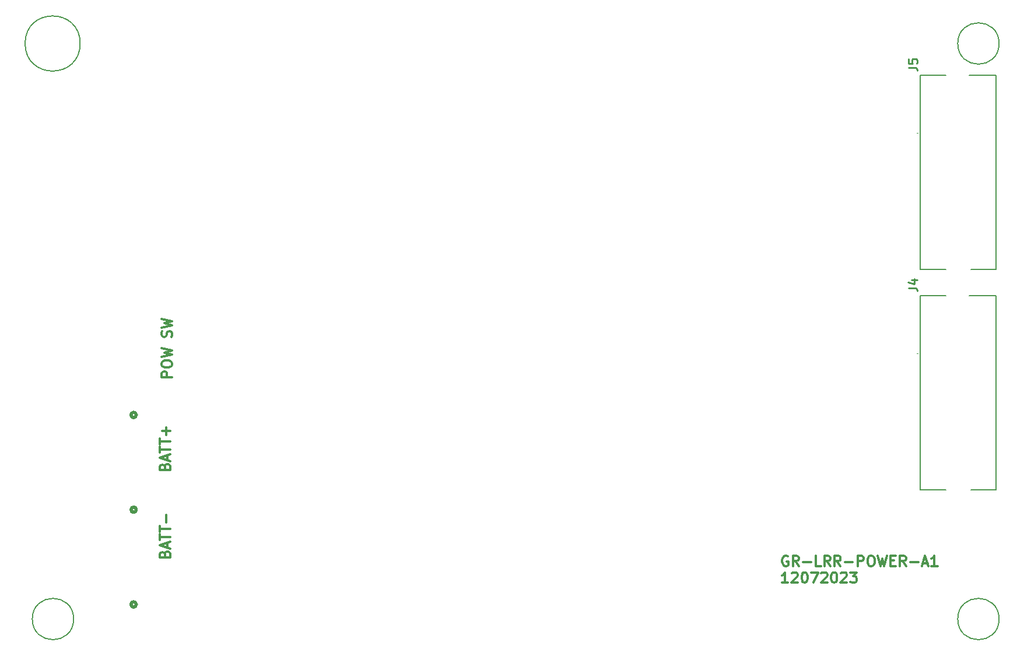
<source format=gbr>
%TF.GenerationSoftware,KiCad,Pcbnew,7.0.8*%
%TF.CreationDate,2023-12-07T15:37:41-07:00*%
%TF.ProjectId,GR-LRR-POWER-PCB,47522d4c-5252-42d5-904f-5745522d5043,rev?*%
%TF.SameCoordinates,Original*%
%TF.FileFunction,Legend,Top*%
%TF.FilePolarity,Positive*%
%FSLAX46Y46*%
G04 Gerber Fmt 4.6, Leading zero omitted, Abs format (unit mm)*
G04 Created by KiCad (PCBNEW 7.0.8) date 2023-12-07 15:37:41*
%MOMM*%
%LPD*%
G01*
G04 APERTURE LIST*
%ADD10C,0.300000*%
%ADD11C,0.200000*%
%ADD12C,0.254000*%
%ADD13C,0.100000*%
%ADD14C,0.508000*%
G04 APERTURE END LIST*
D10*
X131276225Y-100395257D02*
X131133368Y-100323828D01*
X131133368Y-100323828D02*
X130919082Y-100323828D01*
X130919082Y-100323828D02*
X130704796Y-100395257D01*
X130704796Y-100395257D02*
X130561939Y-100538114D01*
X130561939Y-100538114D02*
X130490510Y-100680971D01*
X130490510Y-100680971D02*
X130419082Y-100966685D01*
X130419082Y-100966685D02*
X130419082Y-101180971D01*
X130419082Y-101180971D02*
X130490510Y-101466685D01*
X130490510Y-101466685D02*
X130561939Y-101609542D01*
X130561939Y-101609542D02*
X130704796Y-101752400D01*
X130704796Y-101752400D02*
X130919082Y-101823828D01*
X130919082Y-101823828D02*
X131061939Y-101823828D01*
X131061939Y-101823828D02*
X131276225Y-101752400D01*
X131276225Y-101752400D02*
X131347653Y-101680971D01*
X131347653Y-101680971D02*
X131347653Y-101180971D01*
X131347653Y-101180971D02*
X131061939Y-101180971D01*
X132847653Y-101823828D02*
X132347653Y-101109542D01*
X131990510Y-101823828D02*
X131990510Y-100323828D01*
X131990510Y-100323828D02*
X132561939Y-100323828D01*
X132561939Y-100323828D02*
X132704796Y-100395257D01*
X132704796Y-100395257D02*
X132776225Y-100466685D01*
X132776225Y-100466685D02*
X132847653Y-100609542D01*
X132847653Y-100609542D02*
X132847653Y-100823828D01*
X132847653Y-100823828D02*
X132776225Y-100966685D01*
X132776225Y-100966685D02*
X132704796Y-101038114D01*
X132704796Y-101038114D02*
X132561939Y-101109542D01*
X132561939Y-101109542D02*
X131990510Y-101109542D01*
X133490510Y-101252400D02*
X134633368Y-101252400D01*
X136061939Y-101823828D02*
X135347653Y-101823828D01*
X135347653Y-101823828D02*
X135347653Y-100323828D01*
X137419082Y-101823828D02*
X136919082Y-101109542D01*
X136561939Y-101823828D02*
X136561939Y-100323828D01*
X136561939Y-100323828D02*
X137133368Y-100323828D01*
X137133368Y-100323828D02*
X137276225Y-100395257D01*
X137276225Y-100395257D02*
X137347654Y-100466685D01*
X137347654Y-100466685D02*
X137419082Y-100609542D01*
X137419082Y-100609542D02*
X137419082Y-100823828D01*
X137419082Y-100823828D02*
X137347654Y-100966685D01*
X137347654Y-100966685D02*
X137276225Y-101038114D01*
X137276225Y-101038114D02*
X137133368Y-101109542D01*
X137133368Y-101109542D02*
X136561939Y-101109542D01*
X138919082Y-101823828D02*
X138419082Y-101109542D01*
X138061939Y-101823828D02*
X138061939Y-100323828D01*
X138061939Y-100323828D02*
X138633368Y-100323828D01*
X138633368Y-100323828D02*
X138776225Y-100395257D01*
X138776225Y-100395257D02*
X138847654Y-100466685D01*
X138847654Y-100466685D02*
X138919082Y-100609542D01*
X138919082Y-100609542D02*
X138919082Y-100823828D01*
X138919082Y-100823828D02*
X138847654Y-100966685D01*
X138847654Y-100966685D02*
X138776225Y-101038114D01*
X138776225Y-101038114D02*
X138633368Y-101109542D01*
X138633368Y-101109542D02*
X138061939Y-101109542D01*
X139561939Y-101252400D02*
X140704797Y-101252400D01*
X141419082Y-101823828D02*
X141419082Y-100323828D01*
X141419082Y-100323828D02*
X141990511Y-100323828D01*
X141990511Y-100323828D02*
X142133368Y-100395257D01*
X142133368Y-100395257D02*
X142204797Y-100466685D01*
X142204797Y-100466685D02*
X142276225Y-100609542D01*
X142276225Y-100609542D02*
X142276225Y-100823828D01*
X142276225Y-100823828D02*
X142204797Y-100966685D01*
X142204797Y-100966685D02*
X142133368Y-101038114D01*
X142133368Y-101038114D02*
X141990511Y-101109542D01*
X141990511Y-101109542D02*
X141419082Y-101109542D01*
X143204797Y-100323828D02*
X143490511Y-100323828D01*
X143490511Y-100323828D02*
X143633368Y-100395257D01*
X143633368Y-100395257D02*
X143776225Y-100538114D01*
X143776225Y-100538114D02*
X143847654Y-100823828D01*
X143847654Y-100823828D02*
X143847654Y-101323828D01*
X143847654Y-101323828D02*
X143776225Y-101609542D01*
X143776225Y-101609542D02*
X143633368Y-101752400D01*
X143633368Y-101752400D02*
X143490511Y-101823828D01*
X143490511Y-101823828D02*
X143204797Y-101823828D01*
X143204797Y-101823828D02*
X143061940Y-101752400D01*
X143061940Y-101752400D02*
X142919082Y-101609542D01*
X142919082Y-101609542D02*
X142847654Y-101323828D01*
X142847654Y-101323828D02*
X142847654Y-100823828D01*
X142847654Y-100823828D02*
X142919082Y-100538114D01*
X142919082Y-100538114D02*
X143061940Y-100395257D01*
X143061940Y-100395257D02*
X143204797Y-100323828D01*
X144347654Y-100323828D02*
X144704797Y-101823828D01*
X144704797Y-101823828D02*
X144990511Y-100752400D01*
X144990511Y-100752400D02*
X145276226Y-101823828D01*
X145276226Y-101823828D02*
X145633369Y-100323828D01*
X146204797Y-101038114D02*
X146704797Y-101038114D01*
X146919083Y-101823828D02*
X146204797Y-101823828D01*
X146204797Y-101823828D02*
X146204797Y-100323828D01*
X146204797Y-100323828D02*
X146919083Y-100323828D01*
X148419083Y-101823828D02*
X147919083Y-101109542D01*
X147561940Y-101823828D02*
X147561940Y-100323828D01*
X147561940Y-100323828D02*
X148133369Y-100323828D01*
X148133369Y-100323828D02*
X148276226Y-100395257D01*
X148276226Y-100395257D02*
X148347655Y-100466685D01*
X148347655Y-100466685D02*
X148419083Y-100609542D01*
X148419083Y-100609542D02*
X148419083Y-100823828D01*
X148419083Y-100823828D02*
X148347655Y-100966685D01*
X148347655Y-100966685D02*
X148276226Y-101038114D01*
X148276226Y-101038114D02*
X148133369Y-101109542D01*
X148133369Y-101109542D02*
X147561940Y-101109542D01*
X149061940Y-101252400D02*
X150204798Y-101252400D01*
X150847655Y-101395257D02*
X151561941Y-101395257D01*
X150704798Y-101823828D02*
X151204798Y-100323828D01*
X151204798Y-100323828D02*
X151704798Y-101823828D01*
X152990512Y-101823828D02*
X152133369Y-101823828D01*
X152561940Y-101823828D02*
X152561940Y-100323828D01*
X152561940Y-100323828D02*
X152419083Y-100538114D01*
X152419083Y-100538114D02*
X152276226Y-100680971D01*
X152276226Y-100680971D02*
X152133369Y-100752400D01*
X131276225Y-104238828D02*
X130419082Y-104238828D01*
X130847653Y-104238828D02*
X130847653Y-102738828D01*
X130847653Y-102738828D02*
X130704796Y-102953114D01*
X130704796Y-102953114D02*
X130561939Y-103095971D01*
X130561939Y-103095971D02*
X130419082Y-103167400D01*
X131847653Y-102881685D02*
X131919081Y-102810257D01*
X131919081Y-102810257D02*
X132061939Y-102738828D01*
X132061939Y-102738828D02*
X132419081Y-102738828D01*
X132419081Y-102738828D02*
X132561939Y-102810257D01*
X132561939Y-102810257D02*
X132633367Y-102881685D01*
X132633367Y-102881685D02*
X132704796Y-103024542D01*
X132704796Y-103024542D02*
X132704796Y-103167400D01*
X132704796Y-103167400D02*
X132633367Y-103381685D01*
X132633367Y-103381685D02*
X131776224Y-104238828D01*
X131776224Y-104238828D02*
X132704796Y-104238828D01*
X133633367Y-102738828D02*
X133776224Y-102738828D01*
X133776224Y-102738828D02*
X133919081Y-102810257D01*
X133919081Y-102810257D02*
X133990510Y-102881685D01*
X133990510Y-102881685D02*
X134061938Y-103024542D01*
X134061938Y-103024542D02*
X134133367Y-103310257D01*
X134133367Y-103310257D02*
X134133367Y-103667400D01*
X134133367Y-103667400D02*
X134061938Y-103953114D01*
X134061938Y-103953114D02*
X133990510Y-104095971D01*
X133990510Y-104095971D02*
X133919081Y-104167400D01*
X133919081Y-104167400D02*
X133776224Y-104238828D01*
X133776224Y-104238828D02*
X133633367Y-104238828D01*
X133633367Y-104238828D02*
X133490510Y-104167400D01*
X133490510Y-104167400D02*
X133419081Y-104095971D01*
X133419081Y-104095971D02*
X133347652Y-103953114D01*
X133347652Y-103953114D02*
X133276224Y-103667400D01*
X133276224Y-103667400D02*
X133276224Y-103310257D01*
X133276224Y-103310257D02*
X133347652Y-103024542D01*
X133347652Y-103024542D02*
X133419081Y-102881685D01*
X133419081Y-102881685D02*
X133490510Y-102810257D01*
X133490510Y-102810257D02*
X133633367Y-102738828D01*
X134633366Y-102738828D02*
X135633366Y-102738828D01*
X135633366Y-102738828D02*
X134990509Y-104238828D01*
X136133366Y-102881685D02*
X136204794Y-102810257D01*
X136204794Y-102810257D02*
X136347652Y-102738828D01*
X136347652Y-102738828D02*
X136704794Y-102738828D01*
X136704794Y-102738828D02*
X136847652Y-102810257D01*
X136847652Y-102810257D02*
X136919080Y-102881685D01*
X136919080Y-102881685D02*
X136990509Y-103024542D01*
X136990509Y-103024542D02*
X136990509Y-103167400D01*
X136990509Y-103167400D02*
X136919080Y-103381685D01*
X136919080Y-103381685D02*
X136061937Y-104238828D01*
X136061937Y-104238828D02*
X136990509Y-104238828D01*
X137919080Y-102738828D02*
X138061937Y-102738828D01*
X138061937Y-102738828D02*
X138204794Y-102810257D01*
X138204794Y-102810257D02*
X138276223Y-102881685D01*
X138276223Y-102881685D02*
X138347651Y-103024542D01*
X138347651Y-103024542D02*
X138419080Y-103310257D01*
X138419080Y-103310257D02*
X138419080Y-103667400D01*
X138419080Y-103667400D02*
X138347651Y-103953114D01*
X138347651Y-103953114D02*
X138276223Y-104095971D01*
X138276223Y-104095971D02*
X138204794Y-104167400D01*
X138204794Y-104167400D02*
X138061937Y-104238828D01*
X138061937Y-104238828D02*
X137919080Y-104238828D01*
X137919080Y-104238828D02*
X137776223Y-104167400D01*
X137776223Y-104167400D02*
X137704794Y-104095971D01*
X137704794Y-104095971D02*
X137633365Y-103953114D01*
X137633365Y-103953114D02*
X137561937Y-103667400D01*
X137561937Y-103667400D02*
X137561937Y-103310257D01*
X137561937Y-103310257D02*
X137633365Y-103024542D01*
X137633365Y-103024542D02*
X137704794Y-102881685D01*
X137704794Y-102881685D02*
X137776223Y-102810257D01*
X137776223Y-102810257D02*
X137919080Y-102738828D01*
X138990508Y-102881685D02*
X139061936Y-102810257D01*
X139061936Y-102810257D02*
X139204794Y-102738828D01*
X139204794Y-102738828D02*
X139561936Y-102738828D01*
X139561936Y-102738828D02*
X139704794Y-102810257D01*
X139704794Y-102810257D02*
X139776222Y-102881685D01*
X139776222Y-102881685D02*
X139847651Y-103024542D01*
X139847651Y-103024542D02*
X139847651Y-103167400D01*
X139847651Y-103167400D02*
X139776222Y-103381685D01*
X139776222Y-103381685D02*
X138919079Y-104238828D01*
X138919079Y-104238828D02*
X139847651Y-104238828D01*
X140347650Y-102738828D02*
X141276222Y-102738828D01*
X141276222Y-102738828D02*
X140776222Y-103310257D01*
X140776222Y-103310257D02*
X140990507Y-103310257D01*
X140990507Y-103310257D02*
X141133365Y-103381685D01*
X141133365Y-103381685D02*
X141204793Y-103453114D01*
X141204793Y-103453114D02*
X141276222Y-103595971D01*
X141276222Y-103595971D02*
X141276222Y-103953114D01*
X141276222Y-103953114D02*
X141204793Y-104095971D01*
X141204793Y-104095971D02*
X141133365Y-104167400D01*
X141133365Y-104167400D02*
X140990507Y-104238828D01*
X140990507Y-104238828D02*
X140561936Y-104238828D01*
X140561936Y-104238828D02*
X140419079Y-104167400D01*
X140419079Y-104167400D02*
X140347650Y-104095971D01*
D11*
X161940000Y-109518000D02*
G75*
G03*
X161940000Y-109518000I-3000000J0D01*
G01*
X28526000Y-25952000D02*
G75*
G03*
X28526000Y-25952000I-4000000J0D01*
G01*
X161940000Y-25952000D02*
G75*
G03*
X161940000Y-25952000I-3000000J0D01*
G01*
X27574000Y-109518000D02*
G75*
G03*
X27574000Y-109518000I-3000000J0D01*
G01*
D10*
X40813114Y-87381489D02*
X40884542Y-87167203D01*
X40884542Y-87167203D02*
X40955971Y-87095774D01*
X40955971Y-87095774D02*
X41098828Y-87024346D01*
X41098828Y-87024346D02*
X41313114Y-87024346D01*
X41313114Y-87024346D02*
X41455971Y-87095774D01*
X41455971Y-87095774D02*
X41527400Y-87167203D01*
X41527400Y-87167203D02*
X41598828Y-87310060D01*
X41598828Y-87310060D02*
X41598828Y-87881489D01*
X41598828Y-87881489D02*
X40098828Y-87881489D01*
X40098828Y-87881489D02*
X40098828Y-87381489D01*
X40098828Y-87381489D02*
X40170257Y-87238632D01*
X40170257Y-87238632D02*
X40241685Y-87167203D01*
X40241685Y-87167203D02*
X40384542Y-87095774D01*
X40384542Y-87095774D02*
X40527400Y-87095774D01*
X40527400Y-87095774D02*
X40670257Y-87167203D01*
X40670257Y-87167203D02*
X40741685Y-87238632D01*
X40741685Y-87238632D02*
X40813114Y-87381489D01*
X40813114Y-87381489D02*
X40813114Y-87881489D01*
X41170257Y-86452917D02*
X41170257Y-85738632D01*
X41598828Y-86595774D02*
X40098828Y-86095774D01*
X40098828Y-86095774D02*
X41598828Y-85595774D01*
X40098828Y-85310060D02*
X40098828Y-84452918D01*
X41598828Y-84881489D02*
X40098828Y-84881489D01*
X40098828Y-84167203D02*
X40098828Y-83310061D01*
X41598828Y-83738632D02*
X40098828Y-83738632D01*
X41027400Y-82810061D02*
X41027400Y-81667204D01*
X41598828Y-82238632D02*
X40455971Y-82238632D01*
X40813114Y-100081489D02*
X40884542Y-99867203D01*
X40884542Y-99867203D02*
X40955971Y-99795774D01*
X40955971Y-99795774D02*
X41098828Y-99724346D01*
X41098828Y-99724346D02*
X41313114Y-99724346D01*
X41313114Y-99724346D02*
X41455971Y-99795774D01*
X41455971Y-99795774D02*
X41527400Y-99867203D01*
X41527400Y-99867203D02*
X41598828Y-100010060D01*
X41598828Y-100010060D02*
X41598828Y-100581489D01*
X41598828Y-100581489D02*
X40098828Y-100581489D01*
X40098828Y-100581489D02*
X40098828Y-100081489D01*
X40098828Y-100081489D02*
X40170257Y-99938632D01*
X40170257Y-99938632D02*
X40241685Y-99867203D01*
X40241685Y-99867203D02*
X40384542Y-99795774D01*
X40384542Y-99795774D02*
X40527400Y-99795774D01*
X40527400Y-99795774D02*
X40670257Y-99867203D01*
X40670257Y-99867203D02*
X40741685Y-99938632D01*
X40741685Y-99938632D02*
X40813114Y-100081489D01*
X40813114Y-100081489D02*
X40813114Y-100581489D01*
X41170257Y-99152917D02*
X41170257Y-98438632D01*
X41598828Y-99295774D02*
X40098828Y-98795774D01*
X40098828Y-98795774D02*
X41598828Y-98295774D01*
X40098828Y-98010060D02*
X40098828Y-97152918D01*
X41598828Y-97581489D02*
X40098828Y-97581489D01*
X40098828Y-96867203D02*
X40098828Y-96010061D01*
X41598828Y-96438632D02*
X40098828Y-96438632D01*
X41027400Y-95510061D02*
X41027400Y-94367204D01*
X41852828Y-74419489D02*
X40352828Y-74419489D01*
X40352828Y-74419489D02*
X40352828Y-73848060D01*
X40352828Y-73848060D02*
X40424257Y-73705203D01*
X40424257Y-73705203D02*
X40495685Y-73633774D01*
X40495685Y-73633774D02*
X40638542Y-73562346D01*
X40638542Y-73562346D02*
X40852828Y-73562346D01*
X40852828Y-73562346D02*
X40995685Y-73633774D01*
X40995685Y-73633774D02*
X41067114Y-73705203D01*
X41067114Y-73705203D02*
X41138542Y-73848060D01*
X41138542Y-73848060D02*
X41138542Y-74419489D01*
X40352828Y-72633774D02*
X40352828Y-72348060D01*
X40352828Y-72348060D02*
X40424257Y-72205203D01*
X40424257Y-72205203D02*
X40567114Y-72062346D01*
X40567114Y-72062346D02*
X40852828Y-71990917D01*
X40852828Y-71990917D02*
X41352828Y-71990917D01*
X41352828Y-71990917D02*
X41638542Y-72062346D01*
X41638542Y-72062346D02*
X41781400Y-72205203D01*
X41781400Y-72205203D02*
X41852828Y-72348060D01*
X41852828Y-72348060D02*
X41852828Y-72633774D01*
X41852828Y-72633774D02*
X41781400Y-72776632D01*
X41781400Y-72776632D02*
X41638542Y-72919489D01*
X41638542Y-72919489D02*
X41352828Y-72990917D01*
X41352828Y-72990917D02*
X40852828Y-72990917D01*
X40852828Y-72990917D02*
X40567114Y-72919489D01*
X40567114Y-72919489D02*
X40424257Y-72776632D01*
X40424257Y-72776632D02*
X40352828Y-72633774D01*
X40352828Y-71490917D02*
X41852828Y-71133774D01*
X41852828Y-71133774D02*
X40781400Y-70848060D01*
X40781400Y-70848060D02*
X41852828Y-70562345D01*
X41852828Y-70562345D02*
X40352828Y-70205203D01*
X41781400Y-68562345D02*
X41852828Y-68348060D01*
X41852828Y-68348060D02*
X41852828Y-67990917D01*
X41852828Y-67990917D02*
X41781400Y-67848060D01*
X41781400Y-67848060D02*
X41709971Y-67776631D01*
X41709971Y-67776631D02*
X41567114Y-67705202D01*
X41567114Y-67705202D02*
X41424257Y-67705202D01*
X41424257Y-67705202D02*
X41281400Y-67776631D01*
X41281400Y-67776631D02*
X41209971Y-67848060D01*
X41209971Y-67848060D02*
X41138542Y-67990917D01*
X41138542Y-67990917D02*
X41067114Y-68276631D01*
X41067114Y-68276631D02*
X40995685Y-68419488D01*
X40995685Y-68419488D02*
X40924257Y-68490917D01*
X40924257Y-68490917D02*
X40781400Y-68562345D01*
X40781400Y-68562345D02*
X40638542Y-68562345D01*
X40638542Y-68562345D02*
X40495685Y-68490917D01*
X40495685Y-68490917D02*
X40424257Y-68419488D01*
X40424257Y-68419488D02*
X40352828Y-68276631D01*
X40352828Y-68276631D02*
X40352828Y-67919488D01*
X40352828Y-67919488D02*
X40424257Y-67705202D01*
X40352828Y-67205203D02*
X41852828Y-66848060D01*
X41852828Y-66848060D02*
X40781400Y-66562346D01*
X40781400Y-66562346D02*
X41852828Y-66276631D01*
X41852828Y-66276631D02*
X40352828Y-65919489D01*
D12*
X148800318Y-29439332D02*
X149707461Y-29439332D01*
X149707461Y-29439332D02*
X149888889Y-29499809D01*
X149888889Y-29499809D02*
X150009842Y-29620761D01*
X150009842Y-29620761D02*
X150070318Y-29802190D01*
X150070318Y-29802190D02*
X150070318Y-29923142D01*
X148800318Y-28229809D02*
X148800318Y-28834571D01*
X148800318Y-28834571D02*
X149405080Y-28895047D01*
X149405080Y-28895047D02*
X149344603Y-28834571D01*
X149344603Y-28834571D02*
X149284127Y-28713618D01*
X149284127Y-28713618D02*
X149284127Y-28411237D01*
X149284127Y-28411237D02*
X149344603Y-28290285D01*
X149344603Y-28290285D02*
X149405080Y-28229809D01*
X149405080Y-28229809D02*
X149526032Y-28169332D01*
X149526032Y-28169332D02*
X149828413Y-28169332D01*
X149828413Y-28169332D02*
X149949365Y-28229809D01*
X149949365Y-28229809D02*
X150009842Y-28290285D01*
X150009842Y-28290285D02*
X150070318Y-28411237D01*
X150070318Y-28411237D02*
X150070318Y-28713618D01*
X150070318Y-28713618D02*
X150009842Y-28834571D01*
X150009842Y-28834571D02*
X149949365Y-28895047D01*
X148800318Y-61439332D02*
X149707461Y-61439332D01*
X149707461Y-61439332D02*
X149888889Y-61499809D01*
X149888889Y-61499809D02*
X150009842Y-61620761D01*
X150009842Y-61620761D02*
X150070318Y-61802190D01*
X150070318Y-61802190D02*
X150070318Y-61923142D01*
X149223651Y-60290285D02*
X150070318Y-60290285D01*
X148739842Y-60592666D02*
X149646984Y-60895047D01*
X149646984Y-60895047D02*
X149646984Y-60108856D01*
D11*
%TO.C,J5*%
X154226000Y-58762000D02*
X150526000Y-58757000D01*
X157826000Y-58762000D02*
X161526000Y-58762000D01*
X161526000Y-58762000D02*
X161526000Y-30577000D01*
X150526000Y-58757000D02*
X150526000Y-30577000D01*
D13*
X150026000Y-38952000D02*
X150026000Y-38952000D01*
X150126000Y-38952000D02*
X150126000Y-38952000D01*
D11*
X150526000Y-30577000D02*
X154026000Y-30577000D01*
X154026000Y-30577000D02*
X154226000Y-30577000D01*
X161526000Y-30577000D02*
X157626000Y-30577000D01*
D13*
X150126000Y-38952000D02*
G75*
G03*
X150026000Y-38952000I-50000J0D01*
G01*
X150026000Y-38952000D02*
G75*
G03*
X150126000Y-38952000I50000J0D01*
G01*
D11*
%TO.C,J4*%
X154226000Y-90762000D02*
X150526000Y-90757000D01*
X157826000Y-90762000D02*
X161526000Y-90762000D01*
X161526000Y-90762000D02*
X161526000Y-62577000D01*
X150526000Y-90757000D02*
X150526000Y-62577000D01*
D13*
X150026000Y-70952000D02*
X150026000Y-70952000D01*
X150126000Y-70952000D02*
X150126000Y-70952000D01*
D11*
X150526000Y-62577000D02*
X154026000Y-62577000D01*
X154026000Y-62577000D02*
X154226000Y-62577000D01*
X161526000Y-62577000D02*
X157626000Y-62577000D01*
D13*
X150126000Y-70952000D02*
G75*
G03*
X150026000Y-70952000I-50000J0D01*
G01*
X150026000Y-70952000D02*
G75*
G03*
X150126000Y-70952000I50000J0D01*
G01*
D14*
%TO.C,J1*%
X36662999Y-93646599D02*
G75*
G03*
X36662999Y-93646599I-381000J0D01*
G01*
%TO.C,J3*%
X36662999Y-79890599D02*
G75*
G03*
X36662999Y-79890599I-381000J0D01*
G01*
%TO.C,J2*%
X36662999Y-107402599D02*
G75*
G03*
X36662999Y-107402599I-381000J0D01*
G01*
%TD*%
M02*

</source>
